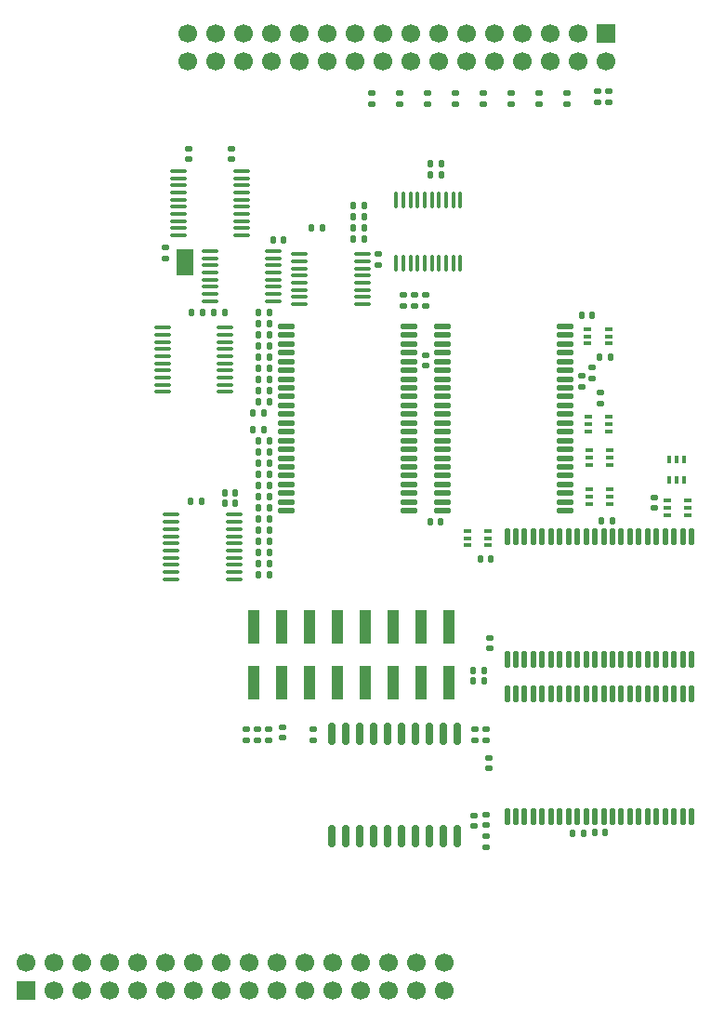
<source format=gts>
G04 #@! TF.GenerationSoftware,KiCad,Pcbnew,9.0.2*
G04 #@! TF.CreationDate,2025-07-03T22:57:36-04:00*
G04 #@! TF.ProjectId,RamBanks,52616d42-616e-46b7-932e-6b696361645f,A*
G04 #@! TF.SameCoordinates,Original*
G04 #@! TF.FileFunction,Soldermask,Top*
G04 #@! TF.FilePolarity,Negative*
%FSLAX46Y46*%
G04 Gerber Fmt 4.6, Leading zero omitted, Abs format (unit mm)*
G04 Created by KiCad (PCBNEW 9.0.2) date 2025-07-03 22:57:36*
%MOMM*%
%LPD*%
G01*
G04 APERTURE LIST*
G04 Aperture macros list*
%AMRoundRect*
0 Rectangle with rounded corners*
0 $1 Rounding radius*
0 $2 $3 $4 $5 $6 $7 $8 $9 X,Y pos of 4 corners*
0 Add a 4 corners polygon primitive as box body*
4,1,4,$2,$3,$4,$5,$6,$7,$8,$9,$2,$3,0*
0 Add four circle primitives for the rounded corners*
1,1,$1+$1,$2,$3*
1,1,$1+$1,$4,$5*
1,1,$1+$1,$6,$7*
1,1,$1+$1,$8,$9*
0 Add four rect primitives between the rounded corners*
20,1,$1+$1,$2,$3,$4,$5,0*
20,1,$1+$1,$4,$5,$6,$7,0*
20,1,$1+$1,$6,$7,$8,$9,0*
20,1,$1+$1,$8,$9,$2,$3,0*%
G04 Aperture macros list end*
%ADD10R,1.500000X1.000000*%
%ADD11RoundRect,0.140000X-0.140000X-0.170000X0.140000X-0.170000X0.140000X0.170000X-0.140000X0.170000X0*%
%ADD12RoundRect,0.100000X0.225000X0.100000X-0.225000X0.100000X-0.225000X-0.100000X0.225000X-0.100000X0*%
%ADD13RoundRect,0.135000X-0.135000X-0.185000X0.135000X-0.185000X0.135000X0.185000X-0.135000X0.185000X0*%
%ADD14RoundRect,0.140000X0.170000X-0.140000X0.170000X0.140000X-0.170000X0.140000X-0.170000X-0.140000X0*%
%ADD15RoundRect,0.135000X0.185000X-0.135000X0.185000X0.135000X-0.185000X0.135000X-0.185000X-0.135000X0*%
%ADD16RoundRect,0.135000X-0.185000X0.135000X-0.185000X-0.135000X0.185000X-0.135000X0.185000X0.135000X0*%
%ADD17RoundRect,0.137500X-0.137500X0.625000X-0.137500X-0.625000X0.137500X-0.625000X0.137500X0.625000X0*%
%ADD18RoundRect,0.135000X0.135000X0.185000X-0.135000X0.185000X-0.135000X-0.185000X0.135000X-0.185000X0*%
%ADD19RoundRect,0.100000X-0.100000X0.225000X-0.100000X-0.225000X0.100000X-0.225000X0.100000X0.225000X0*%
%ADD20RoundRect,0.140000X-0.170000X0.140000X-0.170000X-0.140000X0.170000X-0.140000X0.170000X0.140000X0*%
%ADD21RoundRect,0.100000X-0.637500X-0.100000X0.637500X-0.100000X0.637500X0.100000X-0.637500X0.100000X0*%
%ADD22RoundRect,0.137500X-0.625000X-0.137500X0.625000X-0.137500X0.625000X0.137500X-0.625000X0.137500X0*%
%ADD23RoundRect,0.140000X0.140000X0.170000X-0.140000X0.170000X-0.140000X-0.170000X0.140000X-0.170000X0*%
%ADD24R,1.700000X1.700000*%
%ADD25C,1.700000*%
%ADD26RoundRect,0.147500X0.172500X-0.147500X0.172500X0.147500X-0.172500X0.147500X-0.172500X-0.147500X0*%
%ADD27RoundRect,0.100000X-0.225000X-0.100000X0.225000X-0.100000X0.225000X0.100000X-0.225000X0.100000X0*%
%ADD28RoundRect,0.100000X0.100000X-0.637500X0.100000X0.637500X-0.100000X0.637500X-0.100000X-0.637500X0*%
%ADD29R,1.000000X3.150000*%
%ADD30RoundRect,0.150000X-0.150000X0.875000X-0.150000X-0.875000X0.150000X-0.875000X0.150000X0.875000X0*%
G04 APERTURE END LIST*
G04 #@! TO.C,JP301*
G36*
X122543000Y-70955000D02*
G01*
X121043000Y-70955000D01*
X121043000Y-71255000D01*
X122543000Y-71255000D01*
X122543000Y-70955000D01*
G37*
G04 #@! TD*
D10*
G04 #@! TO.C,JP301*
X121793000Y-70455000D03*
X121793000Y-71755000D03*
G04 #@! TD*
D11*
G04 #@! TO.C,C314*
X144201000Y-63119000D03*
X145161000Y-63119000D03*
G04 #@! TD*
D12*
G04 #@! TO.C,D304*
X160396000Y-78516000D03*
X160396000Y-77866000D03*
X160396000Y-77216000D03*
X158496000Y-77216000D03*
X158496000Y-77866000D03*
X158496000Y-78516000D03*
G04 #@! TD*
D13*
G04 #@! TO.C,R319*
X128520000Y-82804000D03*
X129540000Y-82804000D03*
G04 #@! TD*
D11*
G04 #@! TO.C,C311*
X144170400Y-94742000D03*
X145130400Y-94742000D03*
G04 #@! TD*
D14*
G04 #@! TO.C,C329*
X159639000Y-83947000D03*
X159639000Y-82987000D03*
G04 #@! TD*
G04 #@! TO.C,C307*
X143713200Y-80512800D03*
X143713200Y-79552800D03*
G04 #@! TD*
D11*
G04 #@! TO.C,C327*
X148722200Y-98094800D03*
X149682200Y-98094800D03*
G04 #@! TD*
D14*
G04 #@! TO.C,C302*
X130683000Y-114371000D03*
X130683000Y-113411000D03*
G04 #@! TD*
D13*
G04 #@! TO.C,R344*
X128520000Y-99568000D03*
X129540000Y-99568000D03*
G04 #@! TD*
D15*
G04 #@! TO.C,R357*
X127379037Y-114617959D03*
X127379037Y-113597959D03*
G04 #@! TD*
D16*
G04 #@! TO.C,R341*
X142704000Y-74111237D03*
X142704000Y-75131237D03*
G04 #@! TD*
G04 #@! TO.C,R342*
X141688000Y-74111237D03*
X141688000Y-75131237D03*
G04 #@! TD*
D14*
G04 #@! TO.C,C321*
X149225000Y-122372000D03*
X149225000Y-121412000D03*
G04 #@! TD*
D13*
G04 #@! TO.C,R346*
X128520000Y-97536000D03*
X129540000Y-97536000D03*
G04 #@! TD*
G04 #@! TO.C,R318*
X128520000Y-81788000D03*
X129540000Y-81788000D03*
G04 #@! TD*
D11*
G04 #@! TO.C,C322*
X159161600Y-123037600D03*
X160121600Y-123037600D03*
G04 #@! TD*
D13*
G04 #@! TO.C,R321*
X128014000Y-84836000D03*
X129034000Y-84836000D03*
G04 #@! TD*
D17*
G04 #@! TO.C,U310*
X167966000Y-110379737D03*
X167166000Y-110379737D03*
X166366000Y-110379737D03*
X165566000Y-110379737D03*
X164766000Y-110379737D03*
X163966000Y-110379737D03*
X163166000Y-110379737D03*
X162366000Y-110379737D03*
X161566000Y-110379737D03*
X160766000Y-110379737D03*
X159966000Y-110379737D03*
X159166000Y-110379737D03*
X158366000Y-110379737D03*
X157566000Y-110379737D03*
X156766000Y-110379737D03*
X155966000Y-110379737D03*
X155166000Y-110379737D03*
X154366000Y-110379737D03*
X153566000Y-110379737D03*
X152766000Y-110379737D03*
X151966000Y-110379737D03*
X151166000Y-110379737D03*
X151166000Y-121554737D03*
X151966000Y-121554737D03*
X152766000Y-121554737D03*
X153566000Y-121554737D03*
X154366000Y-121554737D03*
X155166000Y-121554737D03*
X155966000Y-121554737D03*
X156766000Y-121554737D03*
X157566000Y-121554737D03*
X158366000Y-121554737D03*
X159166000Y-121554737D03*
X159966000Y-121554737D03*
X160766000Y-121554737D03*
X161566000Y-121554737D03*
X162366000Y-121554737D03*
X163166000Y-121554737D03*
X163966000Y-121554737D03*
X164766000Y-121554737D03*
X165566000Y-121554737D03*
X166366000Y-121554737D03*
X167166000Y-121554737D03*
X167966000Y-121554737D03*
G04 #@! TD*
G04 #@! TO.C,U308*
X167966000Y-96129737D03*
X167166000Y-96129737D03*
X166366000Y-96129737D03*
X165566000Y-96129737D03*
X164766000Y-96129737D03*
X163966000Y-96129737D03*
X163166000Y-96129737D03*
X162366000Y-96129737D03*
X161566000Y-96129737D03*
X160766000Y-96129737D03*
X159966000Y-96129737D03*
X159166000Y-96129737D03*
X158366000Y-96129737D03*
X157566000Y-96129737D03*
X156766000Y-96129737D03*
X155966000Y-96129737D03*
X155166000Y-96129737D03*
X154366000Y-96129737D03*
X153566000Y-96129737D03*
X152766000Y-96129737D03*
X151966000Y-96129737D03*
X151166000Y-96129737D03*
X151166000Y-107304737D03*
X151966000Y-107304737D03*
X152766000Y-107304737D03*
X153566000Y-107304737D03*
X154366000Y-107304737D03*
X155166000Y-107304737D03*
X155966000Y-107304737D03*
X156766000Y-107304737D03*
X157566000Y-107304737D03*
X158366000Y-107304737D03*
X159166000Y-107304737D03*
X159966000Y-107304737D03*
X160766000Y-107304737D03*
X161566000Y-107304737D03*
X162366000Y-107304737D03*
X163166000Y-107304737D03*
X163966000Y-107304737D03*
X164766000Y-107304737D03*
X165566000Y-107304737D03*
X166366000Y-107304737D03*
X167166000Y-107304737D03*
X167966000Y-107304737D03*
G04 #@! TD*
D18*
G04 #@! TO.C,R339*
X138132000Y-69035237D03*
X137112000Y-69035237D03*
G04 #@! TD*
D19*
G04 #@! TO.C,D303*
X167274000Y-89032000D03*
X166624000Y-89032000D03*
X165974000Y-89032000D03*
X165974000Y-90932000D03*
X166624000Y-90932000D03*
X167274000Y-90932000D03*
G04 #@! TD*
D16*
G04 #@! TO.C,R309*
X156591000Y-55678000D03*
X156591000Y-56698000D03*
G04 #@! TD*
D13*
G04 #@! TO.C,R327*
X128520000Y-91440000D03*
X129540000Y-91440000D03*
G04 #@! TD*
D20*
G04 #@! TO.C,C326*
X139446000Y-70386000D03*
X139446000Y-71346000D03*
G04 #@! TD*
D21*
G04 #@! TO.C,U301*
X121231000Y-62819237D03*
X121231000Y-63469237D03*
X121231000Y-64119237D03*
X121231000Y-64769237D03*
X121231000Y-65419237D03*
X121231000Y-66069237D03*
X121231000Y-66719237D03*
X121231000Y-67369237D03*
X121231000Y-68019237D03*
X121231000Y-68669237D03*
X126956000Y-68669237D03*
X126956000Y-68019237D03*
X126956000Y-67369237D03*
X126956000Y-66719237D03*
X126956000Y-66069237D03*
X126956000Y-65419237D03*
X126956000Y-64769237D03*
X126956000Y-64119237D03*
X126956000Y-63469237D03*
X126956000Y-62819237D03*
G04 #@! TD*
D22*
G04 #@! TO.C,U306*
X145314500Y-76944000D03*
X145314500Y-77744000D03*
X145314500Y-78544000D03*
X145314500Y-79344000D03*
X145314500Y-80144000D03*
X145314500Y-80944000D03*
X145314500Y-81744000D03*
X145314500Y-82544000D03*
X145314500Y-83344000D03*
X145314500Y-84144000D03*
X145314500Y-84944000D03*
X145314500Y-85744000D03*
X145314500Y-86544000D03*
X145314500Y-87344000D03*
X145314500Y-88144000D03*
X145314500Y-88944000D03*
X145314500Y-89744000D03*
X145314500Y-90544000D03*
X145314500Y-91344000D03*
X145314500Y-92144000D03*
X145314500Y-92944000D03*
X145314500Y-93744000D03*
X156489500Y-93744000D03*
X156489500Y-92944000D03*
X156489500Y-92144000D03*
X156489500Y-91344000D03*
X156489500Y-90544000D03*
X156489500Y-89744000D03*
X156489500Y-88944000D03*
X156489500Y-88144000D03*
X156489500Y-87344000D03*
X156489500Y-86544000D03*
X156489500Y-85744000D03*
X156489500Y-84944000D03*
X156489500Y-84144000D03*
X156489500Y-83344000D03*
X156489500Y-82544000D03*
X156489500Y-81744000D03*
X156489500Y-80944000D03*
X156489500Y-80144000D03*
X156489500Y-79344000D03*
X156489500Y-78544000D03*
X156489500Y-77744000D03*
X156489500Y-76944000D03*
G04 #@! TD*
G04 #@! TO.C,U302*
X131064500Y-76944000D03*
X131064500Y-77744000D03*
X131064500Y-78544000D03*
X131064500Y-79344000D03*
X131064500Y-80144000D03*
X131064500Y-80944000D03*
X131064500Y-81744000D03*
X131064500Y-82544000D03*
X131064500Y-83344000D03*
X131064500Y-84144000D03*
X131064500Y-84944000D03*
X131064500Y-85744000D03*
X131064500Y-86544000D03*
X131064500Y-87344000D03*
X131064500Y-88144000D03*
X131064500Y-88944000D03*
X131064500Y-89744000D03*
X131064500Y-90544000D03*
X131064500Y-91344000D03*
X131064500Y-92144000D03*
X131064500Y-92944000D03*
X131064500Y-93744000D03*
X142239500Y-93744000D03*
X142239500Y-92944000D03*
X142239500Y-92144000D03*
X142239500Y-91344000D03*
X142239500Y-90544000D03*
X142239500Y-89744000D03*
X142239500Y-88944000D03*
X142239500Y-88144000D03*
X142239500Y-87344000D03*
X142239500Y-86544000D03*
X142239500Y-85744000D03*
X142239500Y-84944000D03*
X142239500Y-84144000D03*
X142239500Y-83344000D03*
X142239500Y-82544000D03*
X142239500Y-81744000D03*
X142239500Y-80944000D03*
X142239500Y-80144000D03*
X142239500Y-79344000D03*
X142239500Y-78544000D03*
X142239500Y-77744000D03*
X142239500Y-76944000D03*
G04 #@! TD*
D18*
G04 #@! TO.C,R338*
X138132000Y-68019237D03*
X137112000Y-68019237D03*
G04 #@! TD*
D23*
G04 #@! TO.C,C320*
X158897200Y-75971400D03*
X157937200Y-75971400D03*
G04 #@! TD*
D13*
G04 #@! TO.C,R348*
X128520000Y-95504000D03*
X129540000Y-95504000D03*
G04 #@! TD*
D21*
G04 #@! TO.C,U311*
X120581500Y-94103000D03*
X120581500Y-94753000D03*
X120581500Y-95403000D03*
X120581500Y-96053000D03*
X120581500Y-96703000D03*
X120581500Y-97353000D03*
X120581500Y-98003000D03*
X120581500Y-98653000D03*
X120581500Y-99303000D03*
X120581500Y-99953000D03*
X126306500Y-99953000D03*
X126306500Y-99303000D03*
X126306500Y-98653000D03*
X126306500Y-98003000D03*
X126306500Y-97353000D03*
X126306500Y-96703000D03*
X126306500Y-96053000D03*
X126306500Y-95403000D03*
X126306500Y-94753000D03*
X126306500Y-94103000D03*
G04 #@! TD*
D13*
G04 #@! TO.C,R350*
X128520000Y-93472000D03*
X129540000Y-93472000D03*
G04 #@! TD*
G04 #@! TO.C,R345*
X128520000Y-98552000D03*
X129540000Y-98552000D03*
G04 #@! TD*
D11*
G04 #@! TO.C,C312*
X124460000Y-75692000D03*
X125420000Y-75692000D03*
G04 #@! TD*
D16*
G04 #@! TO.C,R313*
X146431000Y-55678000D03*
X146431000Y-56698000D03*
G04 #@! TD*
D15*
G04 #@! TO.C,R355*
X148207037Y-114617959D03*
X148207037Y-113597959D03*
G04 #@! TD*
D13*
G04 #@! TO.C,R329*
X128520000Y-80772000D03*
X129540000Y-80772000D03*
G04 #@! TD*
D23*
G04 #@! TO.C,C308*
X123317000Y-92837000D03*
X122357000Y-92837000D03*
G04 #@! TD*
D24*
G04 #@! TO.C,J101*
X160134300Y-50304700D03*
D25*
X160134300Y-52844700D03*
X157594300Y-50304700D03*
X157594300Y-52844700D03*
X155054300Y-50304700D03*
X155054300Y-52844700D03*
X152514300Y-50304700D03*
X152514300Y-52844700D03*
X149974300Y-50304700D03*
X149974300Y-52844700D03*
X147434300Y-50304700D03*
X147434300Y-52844700D03*
X144894300Y-50304700D03*
X144894300Y-52844700D03*
X142354300Y-50304700D03*
X142354300Y-52844700D03*
X139814300Y-50304700D03*
X139814300Y-52844700D03*
X137274300Y-50304700D03*
X137274300Y-52844700D03*
X134734300Y-50304700D03*
X134734300Y-52844700D03*
X132194300Y-50304700D03*
X132194300Y-52844700D03*
X129654300Y-50304700D03*
X129654300Y-52844700D03*
X127114300Y-50304700D03*
X127114300Y-52844700D03*
X124574300Y-50304700D03*
X124574300Y-52844700D03*
X122034300Y-50304700D03*
X122034300Y-52844700D03*
G04 #@! TD*
D14*
G04 #@! TO.C,C306*
X122130000Y-61740237D03*
X122130000Y-60780237D03*
G04 #@! TD*
D20*
G04 #@! TO.C,C316*
X160401000Y-55555000D03*
X160401000Y-56515000D03*
G04 #@! TD*
D14*
G04 #@! TO.C,C305*
X148156237Y-122429841D03*
X148156237Y-121469841D03*
G04 #@! TD*
D21*
G04 #@! TO.C,U305*
X119751000Y-77074000D03*
X119751000Y-77724000D03*
X119751000Y-78374000D03*
X119751000Y-79024000D03*
X119751000Y-79674000D03*
X119751000Y-80324000D03*
X119751000Y-80974000D03*
X119751000Y-81624000D03*
X119751000Y-82274000D03*
X119751000Y-82924000D03*
X125476000Y-82924000D03*
X125476000Y-82274000D03*
X125476000Y-81624000D03*
X125476000Y-80974000D03*
X125476000Y-80324000D03*
X125476000Y-79674000D03*
X125476000Y-79024000D03*
X125476000Y-78374000D03*
X125476000Y-77724000D03*
X125476000Y-77074000D03*
G04 #@! TD*
D13*
G04 #@! TO.C,R347*
X128524000Y-96520000D03*
X129544000Y-96520000D03*
G04 #@! TD*
G04 #@! TO.C,R334*
X128524000Y-75692000D03*
X129544000Y-75692000D03*
G04 #@! TD*
D21*
G04 #@! TO.C,U304*
X132265500Y-70369000D03*
X132265500Y-71019000D03*
X132265500Y-71669000D03*
X132265500Y-72319000D03*
X132265500Y-72969000D03*
X132265500Y-73619000D03*
X132265500Y-74269000D03*
X132265500Y-74919000D03*
X137990500Y-74919000D03*
X137990500Y-74269000D03*
X137990500Y-73619000D03*
X137990500Y-72969000D03*
X137990500Y-72319000D03*
X137990500Y-71669000D03*
X137990500Y-71019000D03*
X137990500Y-70369000D03*
G04 #@! TD*
D13*
G04 #@! TO.C,R325*
X128520000Y-89408000D03*
X129540000Y-89408000D03*
G04 #@! TD*
D15*
G04 #@! TO.C,R354*
X149223037Y-114617959D03*
X149223037Y-113597959D03*
G04 #@! TD*
D18*
G04 #@! TO.C,R337*
X138136000Y-67003237D03*
X137116000Y-67003237D03*
G04 #@! TD*
D26*
G04 #@! TO.C,D301*
X158944000Y-81676896D03*
X158944000Y-80706896D03*
G04 #@! TD*
D14*
G04 #@! TO.C,C310*
X157988000Y-82445800D03*
X157988000Y-81485800D03*
G04 #@! TD*
D23*
G04 #@! TO.C,C309*
X158115000Y-123063000D03*
X157155000Y-123063000D03*
G04 #@! TD*
D15*
G04 #@! TO.C,R359*
X128395037Y-114617959D03*
X128395037Y-113597959D03*
G04 #@! TD*
G04 #@! TO.C,R356*
X133475037Y-114617959D03*
X133475037Y-113597959D03*
G04 #@! TD*
D16*
G04 #@! TO.C,R310*
X154051000Y-55678000D03*
X154051000Y-56698000D03*
G04 #@! TD*
D11*
G04 #@! TO.C,C315*
X144201000Y-62103000D03*
X145161000Y-62103000D03*
G04 #@! TD*
D16*
G04 #@! TO.C,R314*
X143891000Y-55678000D03*
X143891000Y-56698000D03*
G04 #@! TD*
D20*
G04 #@! TO.C,C301*
X149225000Y-123373000D03*
X149225000Y-124333000D03*
G04 #@! TD*
D27*
G04 #@! TO.C,D309*
X158628000Y-91806000D03*
X158628000Y-92456000D03*
X158628000Y-93106000D03*
X160528000Y-93106000D03*
X160528000Y-92456000D03*
X160528000Y-91806000D03*
G04 #@! TD*
D18*
G04 #@! TO.C,R317*
X160599000Y-79771896D03*
X159579000Y-79771896D03*
G04 #@! TD*
D15*
G04 #@! TO.C,R326*
X120015000Y-70743000D03*
X120015000Y-69723000D03*
G04 #@! TD*
D28*
G04 #@! TO.C,U307*
X141060000Y-71204237D03*
X141710000Y-71204237D03*
X142360000Y-71204237D03*
X143010000Y-71204237D03*
X143660000Y-71204237D03*
X144310000Y-71204237D03*
X144960000Y-71204237D03*
X145610000Y-71204237D03*
X146260000Y-71204237D03*
X146910000Y-71204237D03*
X146910000Y-65479237D03*
X146260000Y-65479237D03*
X145610000Y-65479237D03*
X144960000Y-65479237D03*
X144310000Y-65479237D03*
X143660000Y-65479237D03*
X143010000Y-65479237D03*
X142360000Y-65479237D03*
X141710000Y-65479237D03*
X141060000Y-65479237D03*
G04 #@! TD*
D29*
G04 #@! TO.C,J103*
X145870237Y-104335559D03*
X145870237Y-109385559D03*
X143330237Y-104335559D03*
X143330237Y-109385559D03*
X140790237Y-104335559D03*
X140790237Y-109385559D03*
X138250237Y-104335559D03*
X138250237Y-109385559D03*
X135710237Y-104335559D03*
X135710237Y-109385559D03*
X133170237Y-104335559D03*
X133170237Y-109385559D03*
X130630237Y-104335559D03*
X130630237Y-109385559D03*
X128090237Y-104335559D03*
X128090237Y-109385559D03*
G04 #@! TD*
D13*
G04 #@! TO.C,R323*
X128520000Y-87376000D03*
X129540000Y-87376000D03*
G04 #@! TD*
D21*
G04 #@! TO.C,U309*
X124137500Y-70104000D03*
X124137500Y-70754000D03*
X124137500Y-71404000D03*
X124137500Y-72054000D03*
X124137500Y-72704000D03*
X124137500Y-73354000D03*
X124137500Y-74004000D03*
X124137500Y-74654000D03*
X129862500Y-74654000D03*
X129862500Y-74004000D03*
X129862500Y-73354000D03*
X129862500Y-72704000D03*
X129862500Y-72054000D03*
X129862500Y-71404000D03*
X129862500Y-70754000D03*
X129862500Y-70104000D03*
G04 #@! TD*
D13*
G04 #@! TO.C,R333*
X128524000Y-76708000D03*
X129544000Y-76708000D03*
G04 #@! TD*
D18*
G04 #@! TO.C,R336*
X138136000Y-65987237D03*
X137116000Y-65987237D03*
G04 #@! TD*
D11*
G04 #@! TO.C,C328*
X129850000Y-69088000D03*
X130810000Y-69088000D03*
G04 #@! TD*
D20*
G04 #@! TO.C,C317*
X149631400Y-105288200D03*
X149631400Y-106248200D03*
G04 #@! TD*
D23*
G04 #@! TO.C,C325*
X126390400Y-92151200D03*
X125430400Y-92151200D03*
G04 #@! TD*
D13*
G04 #@! TO.C,R320*
X128520000Y-83820000D03*
X129540000Y-83820000D03*
G04 #@! TD*
D16*
G04 #@! TO.C,R312*
X148971000Y-55678000D03*
X148971000Y-56698000D03*
G04 #@! TD*
D18*
G04 #@! TO.C,R352*
X149100000Y-109220000D03*
X148080000Y-109220000D03*
G04 #@! TD*
D16*
G04 #@! TO.C,R315*
X141351000Y-55678000D03*
X141351000Y-56698000D03*
G04 #@! TD*
D18*
G04 #@! TO.C,R335*
X134366000Y-67945000D03*
X133346000Y-67945000D03*
G04 #@! TD*
D27*
G04 #@! TO.C,D308*
X147553600Y-95580200D03*
X147553600Y-96230200D03*
X147553600Y-96880200D03*
X149453600Y-96880200D03*
X149453600Y-96230200D03*
X149453600Y-95580200D03*
G04 #@! TD*
D23*
G04 #@! TO.C,C313*
X123388000Y-75692000D03*
X122428000Y-75692000D03*
G04 #@! TD*
D13*
G04 #@! TO.C,R331*
X128524000Y-78740000D03*
X129544000Y-78740000D03*
G04 #@! TD*
D15*
G04 #@! TO.C,R358*
X129411037Y-114621959D03*
X129411037Y-113601959D03*
G04 #@! TD*
D24*
G04 #@! TO.C,J102*
X107365800Y-137388600D03*
D25*
X107365800Y-134848600D03*
X109905800Y-137388600D03*
X109905800Y-134848600D03*
X112445800Y-137388600D03*
X112445800Y-134848600D03*
X114985800Y-137388600D03*
X114985800Y-134848600D03*
X117525800Y-137388600D03*
X117525800Y-134848600D03*
X120065800Y-137388600D03*
X120065800Y-134848600D03*
X122605800Y-137388600D03*
X122605800Y-134848600D03*
X125145800Y-137388600D03*
X125145800Y-134848600D03*
X127685800Y-137388600D03*
X127685800Y-134848600D03*
X130225800Y-137388600D03*
X130225800Y-134848600D03*
X132765800Y-137388600D03*
X132765800Y-134848600D03*
X135305800Y-137388600D03*
X135305800Y-134848600D03*
X137845800Y-137388600D03*
X137845800Y-134848600D03*
X140385800Y-137388600D03*
X140385800Y-134848600D03*
X142925800Y-137388600D03*
X142925800Y-134848600D03*
X145465800Y-137388600D03*
X145465800Y-134848600D03*
G04 #@! TD*
D20*
G04 #@! TO.C,C304*
X159385000Y-55555000D03*
X159385000Y-56515000D03*
G04 #@! TD*
D13*
G04 #@! TO.C,R351*
X128520000Y-92456000D03*
X129540000Y-92456000D03*
G04 #@! TD*
D16*
G04 #@! TO.C,R316*
X138811000Y-55678000D03*
X138811000Y-56698000D03*
G04 #@! TD*
D18*
G04 #@! TO.C,R353*
X149102000Y-108246000D03*
X148082000Y-108246000D03*
G04 #@! TD*
D27*
G04 #@! TO.C,D306*
X158628000Y-88250000D03*
X158628000Y-88900000D03*
X158628000Y-89550000D03*
X160528000Y-89550000D03*
X160528000Y-88900000D03*
X160528000Y-88250000D03*
G04 #@! TD*
D12*
G04 #@! TO.C,D302*
X167640000Y-94122000D03*
X167640000Y-93472000D03*
X167640000Y-92822000D03*
X165740000Y-92822000D03*
X165740000Y-93472000D03*
X165740000Y-94122000D03*
G04 #@! TD*
D14*
G04 #@! TO.C,C303*
X126067000Y-61740237D03*
X126067000Y-60780237D03*
G04 #@! TD*
D13*
G04 #@! TO.C,R328*
X128520000Y-90424000D03*
X129540000Y-90424000D03*
G04 #@! TD*
D20*
G04 #@! TO.C,C319*
X164617400Y-92506800D03*
X164617400Y-93466800D03*
G04 #@! TD*
D11*
G04 #@! TO.C,C318*
X159766000Y-94665800D03*
X160726000Y-94665800D03*
G04 #@! TD*
D27*
G04 #@! TO.C,D307*
X158562000Y-85202000D03*
X158562000Y-85852000D03*
X158562000Y-86502000D03*
X160462000Y-86502000D03*
X160462000Y-85852000D03*
X160462000Y-85202000D03*
G04 #@! TD*
D13*
G04 #@! TO.C,R349*
X128520000Y-94488000D03*
X129540000Y-94488000D03*
G04 #@! TD*
G04 #@! TO.C,R332*
X128524000Y-77724000D03*
X129544000Y-77724000D03*
G04 #@! TD*
G04 #@! TO.C,R330*
X128524000Y-79756000D03*
X129544000Y-79756000D03*
G04 #@! TD*
G04 #@! TO.C,R322*
X128012000Y-86360000D03*
X129032000Y-86360000D03*
G04 #@! TD*
D23*
G04 #@! TO.C,C324*
X126390400Y-93065600D03*
X125430400Y-93065600D03*
G04 #@! TD*
D16*
G04 #@! TO.C,R340*
X143720000Y-74111237D03*
X143720000Y-75131237D03*
G04 #@! TD*
G04 #@! TO.C,R311*
X151511000Y-55678000D03*
X151511000Y-56698000D03*
G04 #@! TD*
D30*
G04 #@! TO.C,U303*
X146632237Y-114059159D03*
X145362237Y-114059159D03*
X144092237Y-114059159D03*
X142822237Y-114059159D03*
X141552237Y-114059159D03*
X140282237Y-114059159D03*
X139012237Y-114059159D03*
X137742237Y-114059159D03*
X136472237Y-114059159D03*
X135202237Y-114059159D03*
X135202237Y-123359159D03*
X136472237Y-123359159D03*
X137742237Y-123359159D03*
X139012237Y-123359159D03*
X140282237Y-123359159D03*
X141552237Y-123359159D03*
X142822237Y-123359159D03*
X144092237Y-123359159D03*
X145362237Y-123359159D03*
X146632237Y-123359159D03*
G04 #@! TD*
D20*
G04 #@! TO.C,C323*
X149479000Y-116205000D03*
X149479000Y-117165000D03*
G04 #@! TD*
D13*
G04 #@! TO.C,R324*
X128520000Y-88392000D03*
X129540000Y-88392000D03*
G04 #@! TD*
M02*

</source>
